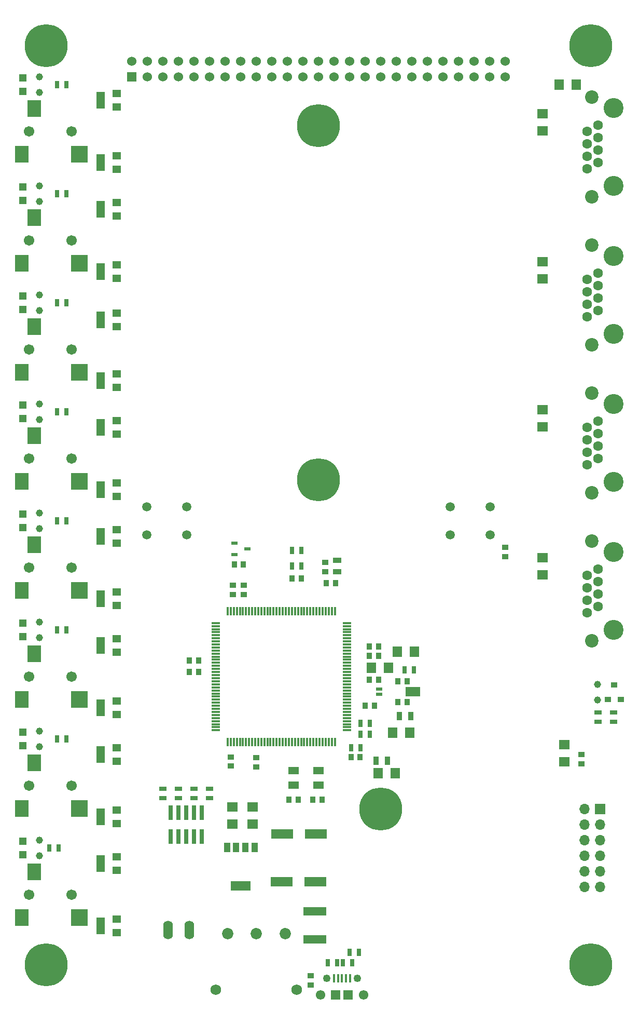
<source format=gts>
G04 #@! TF.FileFunction,Soldermask,Top*
%FSLAX46Y46*%
G04 Gerber Fmt 4.6, Leading zero omitted, Abs format (unit mm)*
G04 Created by KiCad (PCBNEW 4.0.5) date 04/13/17 09:41:54*
%MOMM*%
%LPD*%
G01*
G04 APERTURE LIST*
%ADD10C,0.150000*%
%ADD11C,2.200000*%
%ADD12C,3.250000*%
%ADD13C,1.600000*%
%ADD14C,7.000000*%
%ADD15R,1.700000X1.700000*%
%ADD16O,1.700000X1.700000*%
%ADD17R,1.524000X1.524000*%
%ADD18C,1.524000*%
%ADD19C,1.168400*%
%ADD20C,7.000240*%
%ADD21R,0.635000X1.143000*%
%ADD22R,1.200000X1.200000*%
%ADD23R,2.400000X1.500000*%
%ADD24R,1.100000X0.600000*%
%ADD25R,1.803400X1.193800*%
%ADD26R,0.300000X1.450000*%
%ADD27R,1.450000X0.300000*%
%ADD28R,1.000800X0.599400*%
%ADD29R,3.300000X1.500000*%
%ADD30R,1.000000X1.500000*%
%ADD31C,1.500000*%
%ADD32R,1.143000X0.635000*%
%ADD33R,1.400000X1.200000*%
%ADD34R,1.400000X2.800000*%
%ADD35R,0.760000X2.400000*%
%ADD36O,1.574800X3.048000*%
%ADD37O,1.600200X3.048000*%
%ADD38R,1.500000X1.550000*%
%ADD39C,1.550000*%
%ADD40R,0.400000X1.350000*%
%ADD41C,1.250000*%
%ADD42R,0.889000X1.397000*%
%ADD43R,1.397000X0.889000*%
%ADD44R,3.810000X1.397000*%
%ADD45R,1.000000X0.900000*%
%ADD46R,2.209800X2.794000*%
%ADD47R,2.794000X2.794000*%
%ADD48C,1.701800*%
%ADD49R,1.600200X1.803400*%
%ADD50R,0.899200X1.000800*%
%ADD51R,1.000800X0.899200*%
%ADD52R,1.803400X1.600200*%
%ADD53R,3.599200X1.600200*%
%ADD54C,1.750000*%
%ADD55C,1.850000*%
G04 APERTURE END LIST*
D10*
D11*
X120780000Y-128780000D03*
X120780000Y-112520000D03*
D12*
X124340000Y-127000000D03*
X124340000Y-114300000D03*
D13*
X121800000Y-121150000D03*
X121800000Y-119120000D03*
X120020000Y-122180000D03*
X120020000Y-120150000D03*
X120020000Y-124210000D03*
X121800000Y-123180000D03*
X120020000Y-118120000D03*
X121800000Y-117090000D03*
D11*
X120780000Y-104650000D03*
X120780000Y-88390000D03*
D12*
X124340000Y-102870000D03*
X124340000Y-90170000D03*
D13*
X121800000Y-97020000D03*
X121800000Y-94990000D03*
X120020000Y-98050000D03*
X120020000Y-96020000D03*
X120020000Y-100080000D03*
X121800000Y-99050000D03*
X120020000Y-93990000D03*
X121800000Y-92960000D03*
D11*
X120780000Y-80520000D03*
X120780000Y-64260000D03*
D12*
X124340000Y-78740000D03*
X124340000Y-66040000D03*
D13*
X121800000Y-72890000D03*
X121800000Y-70860000D03*
X120020000Y-73920000D03*
X120020000Y-71890000D03*
X120020000Y-75950000D03*
X121800000Y-74920000D03*
X120020000Y-69860000D03*
X121800000Y-68830000D03*
D11*
X120780000Y-56390000D03*
X120780000Y-40130000D03*
D12*
X124340000Y-54610000D03*
X124340000Y-41910000D03*
D13*
X121800000Y-48760000D03*
X121800000Y-46730000D03*
X120020000Y-49790000D03*
X120020000Y-47760000D03*
X120020000Y-51820000D03*
X121800000Y-50790000D03*
X120020000Y-45730000D03*
X121800000Y-44700000D03*
D14*
X86360000Y-156210000D03*
D15*
X122174000Y-156210000D03*
D16*
X119634000Y-156210000D03*
X122174000Y-158750000D03*
X119634000Y-158750000D03*
X122174000Y-161290000D03*
X119634000Y-161290000D03*
X122174000Y-163830000D03*
X119634000Y-163830000D03*
X122174000Y-166370000D03*
X119634000Y-166370000D03*
X122174000Y-168910000D03*
X119634000Y-168910000D03*
D17*
X45720000Y-36830000D03*
D18*
X45720000Y-34290000D03*
X48260000Y-36830000D03*
X48260000Y-34290000D03*
X50800000Y-36830000D03*
X50800000Y-34290000D03*
X53340000Y-36830000D03*
X53340000Y-34290000D03*
X55880000Y-36830000D03*
X55880000Y-34290000D03*
X58420000Y-36830000D03*
X58420000Y-34290000D03*
X60960000Y-36830000D03*
X60960000Y-34290000D03*
X63500000Y-36830000D03*
X63500000Y-34290000D03*
X66040000Y-36830000D03*
X66040000Y-34290000D03*
X68580000Y-36830000D03*
X68580000Y-34290000D03*
X71120000Y-36830000D03*
X71120000Y-34290000D03*
X73660000Y-36830000D03*
X73660000Y-34290000D03*
X76200000Y-36830000D03*
X76200000Y-34290000D03*
X78740000Y-36830000D03*
X78740000Y-34290000D03*
X81280000Y-36830000D03*
X81280000Y-34290000D03*
X83820000Y-36830000D03*
X83820000Y-34290000D03*
X86360000Y-36830000D03*
X86360000Y-34290000D03*
X88900000Y-36830000D03*
X88900000Y-34290000D03*
X91440000Y-36830000D03*
X91440000Y-34290000D03*
X93980000Y-36830000D03*
X93980000Y-34290000D03*
X96520000Y-36830000D03*
X96520000Y-34290000D03*
X99060000Y-36830000D03*
X99060000Y-34290000D03*
X101600000Y-36830000D03*
X101600000Y-34290000D03*
X104140000Y-36830000D03*
X104140000Y-34290000D03*
X106680000Y-36830000D03*
X106680000Y-34290000D03*
D19*
X121760000Y-135910000D03*
X121760000Y-138410000D03*
D20*
X76200000Y-44760000D03*
X76200000Y-102560000D03*
D14*
X120650000Y-181610000D03*
D19*
X30640000Y-163810000D03*
X30640000Y-161310000D03*
X30640000Y-146030000D03*
X30640000Y-143530000D03*
X30640000Y-128250000D03*
X30640000Y-125750000D03*
X30640000Y-110470000D03*
X30640000Y-107970000D03*
X30640000Y-92690000D03*
X30640000Y-90190000D03*
X30640000Y-74910000D03*
X30640000Y-72410000D03*
X30640000Y-57130000D03*
X30640000Y-54630000D03*
X30640000Y-39350000D03*
X30640000Y-36850000D03*
D21*
X33782000Y-162560000D03*
X32258000Y-162560000D03*
X35052000Y-144780000D03*
X33528000Y-144780000D03*
X35052000Y-127000000D03*
X33528000Y-127000000D03*
X35052000Y-109220000D03*
X33528000Y-109220000D03*
X35052000Y-91440000D03*
X33528000Y-91440000D03*
X35052000Y-73660000D03*
X33528000Y-73660000D03*
X35052000Y-55880000D03*
X33528000Y-55880000D03*
X35052000Y-38100000D03*
X33528000Y-38100000D03*
D22*
X27940000Y-161460000D03*
X27940000Y-163660000D03*
X27940000Y-143680000D03*
X27940000Y-145880000D03*
X27940000Y-125900000D03*
X27940000Y-128100000D03*
X27940000Y-108120000D03*
X27940000Y-110320000D03*
X27940000Y-90340000D03*
X27940000Y-92540000D03*
X27940000Y-72560000D03*
X27940000Y-74760000D03*
X27940000Y-54780000D03*
X27940000Y-56980000D03*
X27940000Y-37000000D03*
X27940000Y-39200000D03*
D23*
X91616700Y-137071000D03*
D24*
X86066700Y-137521000D03*
X86066700Y-136621000D03*
D25*
X72136000Y-152323800D03*
X76200000Y-152323800D03*
X76200000Y-149936200D03*
X72136000Y-149936200D03*
D14*
X31750000Y-181610000D03*
X120650000Y-31750000D03*
X31750000Y-31750000D03*
D21*
X81254600Y-179616000D03*
X82778600Y-179616000D03*
X79248000Y-181229000D03*
X77724000Y-181229000D03*
X80137000Y-181229000D03*
X81661000Y-181229000D03*
D26*
X61353700Y-145320000D03*
X61861700Y-145320000D03*
X62357000Y-145320000D03*
X62852300Y-145320000D03*
X63360300Y-145320000D03*
X63855600Y-145320000D03*
X64350900Y-145320000D03*
X64858900Y-145320000D03*
X65354200Y-145320000D03*
X65849500Y-145320000D03*
X66357500Y-145320000D03*
X66852800Y-145320000D03*
X67348100Y-145320000D03*
X67856100Y-145320000D03*
X68351400Y-145320000D03*
X68846700Y-145320000D03*
X69354700Y-145320000D03*
X69850000Y-145320000D03*
X70358000Y-145320000D03*
X70853300Y-145320000D03*
X71361300Y-145320000D03*
X71856600Y-145320000D03*
X72351900Y-145320000D03*
X72859900Y-145320000D03*
X73355200Y-145320000D03*
X73850500Y-145320000D03*
X74358500Y-145320000D03*
X74853800Y-145320000D03*
X75349100Y-145320000D03*
X75857100Y-145320000D03*
X76352400Y-145320000D03*
X76847700Y-145320000D03*
X77355700Y-145320000D03*
X77851000Y-145320000D03*
X78346300Y-145320000D03*
X78854300Y-145320000D03*
D27*
X80804000Y-128866900D03*
X80804000Y-128371600D03*
X80804000Y-127876300D03*
X80804000Y-127368300D03*
X80804000Y-126873000D03*
X80804000Y-126377700D03*
X80804000Y-125869700D03*
X59404000Y-128371600D03*
X59404000Y-128866900D03*
X59404000Y-129374900D03*
X59404000Y-129870200D03*
X59404000Y-130365500D03*
X59404000Y-130873500D03*
X59404000Y-131368800D03*
X59404000Y-131864100D03*
X59404000Y-132372100D03*
X59404000Y-132867400D03*
X59404000Y-133362700D03*
X59404000Y-133870700D03*
X59404000Y-134366000D03*
X59404000Y-134874000D03*
X59404000Y-135369300D03*
X59404000Y-135877300D03*
X59404000Y-136372600D03*
X59404000Y-136867900D03*
X59404000Y-137375900D03*
X59404000Y-137871200D03*
X59404000Y-138366500D03*
X59404000Y-138874500D03*
X59404000Y-139369800D03*
X59404000Y-139865100D03*
X59404000Y-140373100D03*
X59404000Y-140868400D03*
X59404000Y-141363700D03*
X59404000Y-141871700D03*
X59404000Y-142367000D03*
X59404000Y-142862300D03*
X59404000Y-143370300D03*
X80804000Y-143370300D03*
X80804000Y-142862300D03*
X80804000Y-142367000D03*
X80804000Y-141871700D03*
X80804000Y-141363700D03*
X80804000Y-140868400D03*
X80804000Y-140373100D03*
X80804000Y-139865100D03*
X80804000Y-139369800D03*
X80804000Y-138874500D03*
X80804000Y-138366500D03*
X80804000Y-137871200D03*
X80804000Y-137375900D03*
X80804000Y-136867900D03*
X80804000Y-136372600D03*
X80804000Y-135877300D03*
X80804000Y-135369300D03*
X80804000Y-134874000D03*
X80804000Y-134366000D03*
X80804000Y-133870700D03*
X80804000Y-133362700D03*
X80804000Y-132867400D03*
X80804000Y-132372100D03*
X80804000Y-131864100D03*
X80804000Y-131368800D03*
X80804000Y-130873500D03*
X80804000Y-130365500D03*
X80804000Y-129870200D03*
X80804000Y-129374900D03*
D26*
X76352400Y-123920000D03*
X75857100Y-123920000D03*
X75349100Y-123920000D03*
X74853800Y-123920000D03*
X74358500Y-123920000D03*
X73850500Y-123920000D03*
X73355200Y-123920000D03*
X72859900Y-123920000D03*
X72351900Y-123920000D03*
X71856600Y-123920000D03*
X71361300Y-123920000D03*
X70853300Y-123920000D03*
X70358000Y-123920000D03*
X69850000Y-123920000D03*
X69354700Y-123920000D03*
X68846700Y-123920000D03*
X68351400Y-123920000D03*
X67856100Y-123920000D03*
X67348100Y-123920000D03*
X66852800Y-123920000D03*
X66357500Y-123920000D03*
X65849500Y-123920000D03*
X65354200Y-123920000D03*
X64858900Y-123920000D03*
X64350900Y-123920000D03*
X63855600Y-123920000D03*
X63360300Y-123920000D03*
X62852300Y-123920000D03*
X62357000Y-123920000D03*
X61861700Y-123920000D03*
X61353700Y-123920000D03*
X78854300Y-123920000D03*
X78346300Y-123920000D03*
X77851000Y-123920000D03*
X77355700Y-123920000D03*
X76847700Y-123920000D03*
D27*
X59404000Y-125869700D03*
X59404000Y-126377700D03*
X59404000Y-126873000D03*
X59404000Y-127368300D03*
X59404000Y-127876300D03*
D28*
X62443400Y-112839500D03*
X64556600Y-113792000D03*
X62443400Y-114744500D03*
D29*
X63500000Y-168758000D03*
D30*
X65750000Y-162458000D03*
X64250000Y-162458000D03*
X62750000Y-162458000D03*
X61250000Y-162458000D03*
D31*
X104215000Y-106970000D03*
X104215000Y-111470000D03*
X97715000Y-111470000D03*
X97715000Y-106970000D03*
X54685000Y-106970000D03*
X54685000Y-111470000D03*
X48185000Y-111470000D03*
X48185000Y-106970000D03*
D32*
X121793000Y-141986000D03*
X121793000Y-140462000D03*
D21*
X73406000Y-114046000D03*
X71882000Y-114046000D03*
X81483200Y-146228000D03*
X83007200Y-146228000D03*
X83007200Y-143980000D03*
X84531200Y-143980000D03*
X83058000Y-142240000D03*
X84582000Y-142240000D03*
X91744800Y-133477000D03*
X90220800Y-133477000D03*
D32*
X124333000Y-141986000D03*
X124333000Y-140462000D03*
D21*
X73406000Y-116586000D03*
X71882000Y-116586000D03*
D32*
X58420000Y-152908000D03*
X58420000Y-154432000D03*
X55880000Y-152908000D03*
X55880000Y-154432000D03*
X53340000Y-152908000D03*
X53340000Y-154432000D03*
X50800000Y-152908000D03*
X50800000Y-154432000D03*
D33*
X43240000Y-166200000D03*
X43240000Y-164000000D03*
D34*
X40640000Y-165100000D03*
D33*
X43240000Y-148420000D03*
X43240000Y-146220000D03*
D34*
X40640000Y-147320000D03*
D33*
X43240000Y-130640000D03*
X43240000Y-128440000D03*
D34*
X40640000Y-129540000D03*
D33*
X43240000Y-112860000D03*
X43240000Y-110660000D03*
D34*
X40640000Y-111760000D03*
D33*
X43240000Y-95080000D03*
X43240000Y-92880000D03*
D34*
X40640000Y-93980000D03*
D33*
X43240000Y-77554000D03*
X43240000Y-75354000D03*
D34*
X40640000Y-76454000D03*
D33*
X43240000Y-59520000D03*
X43240000Y-57320000D03*
D34*
X40640000Y-58420000D03*
D33*
X43240000Y-41740000D03*
X43240000Y-39540000D03*
D34*
X40640000Y-40640000D03*
D33*
X43240000Y-176360000D03*
X43240000Y-174160000D03*
D34*
X40640000Y-175260000D03*
D33*
X43240000Y-158580000D03*
X43240000Y-156380000D03*
D34*
X40640000Y-157480000D03*
D33*
X43240000Y-140800000D03*
X43240000Y-138600000D03*
D34*
X40640000Y-139700000D03*
D33*
X43240000Y-123020000D03*
X43240000Y-120820000D03*
D34*
X40640000Y-121920000D03*
D33*
X43240000Y-105240000D03*
X43240000Y-103040000D03*
D34*
X40640000Y-104140000D03*
D33*
X43240000Y-87460000D03*
X43240000Y-85260000D03*
D34*
X40640000Y-86360000D03*
D33*
X43240000Y-69680000D03*
X43240000Y-67480000D03*
D34*
X40640000Y-68580000D03*
D33*
X43240000Y-51900000D03*
X43240000Y-49700000D03*
D34*
X40640000Y-50800000D03*
D35*
X52070000Y-160700000D03*
X52070000Y-156800000D03*
X53340000Y-160700000D03*
X53340000Y-156800000D03*
X54610000Y-160700000D03*
X54610000Y-156800000D03*
X55880000Y-160700000D03*
X55880000Y-156800000D03*
X57150000Y-160700000D03*
X57150000Y-156800000D03*
D36*
X55090000Y-175895000D03*
D37*
X51590000Y-175895000D03*
D38*
X81010000Y-186510000D03*
X79010000Y-186510000D03*
D39*
X76510000Y-186510000D03*
D40*
X79360000Y-183835000D03*
X78710000Y-183835000D03*
X80010000Y-183835000D03*
X80660000Y-183835000D03*
X81310000Y-183835000D03*
D41*
X82510000Y-183835000D03*
X77510000Y-183835000D03*
D39*
X83510000Y-186510000D03*
D42*
X89369900Y-141059000D03*
X91274900Y-141059000D03*
X85572600Y-148336000D03*
X87477600Y-148336000D03*
D43*
X79248000Y-117538500D03*
X79248000Y-115633500D03*
D44*
X75565000Y-172847000D03*
X75565000Y-177419000D03*
D45*
X123410000Y-138360000D03*
X125510000Y-138360000D03*
X124460000Y-135960000D03*
D46*
X29794200Y-166471600D03*
D47*
X37185600Y-173888400D03*
D46*
X27787600Y-173888400D03*
D48*
X35915600Y-170180000D03*
X28905200Y-170180000D03*
D46*
X29794200Y-148691600D03*
D47*
X37185600Y-156108400D03*
D46*
X27787600Y-156108400D03*
D48*
X35915600Y-152400000D03*
X28905200Y-152400000D03*
D46*
X29794200Y-130911600D03*
D47*
X37185600Y-138328400D03*
D46*
X27787600Y-138328400D03*
D48*
X35915600Y-134620000D03*
X28905200Y-134620000D03*
D46*
X29794200Y-113131600D03*
D47*
X37185600Y-120548400D03*
D46*
X27787600Y-120548400D03*
D48*
X35915600Y-116840000D03*
X28905200Y-116840000D03*
D46*
X29794200Y-95351600D03*
D47*
X37185600Y-102768400D03*
D46*
X27787600Y-102768400D03*
D48*
X35915600Y-99060000D03*
X28905200Y-99060000D03*
D46*
X29794200Y-77571600D03*
D47*
X37185600Y-84988400D03*
D46*
X27787600Y-84988400D03*
D48*
X35915600Y-81280000D03*
X28905200Y-81280000D03*
D46*
X29794200Y-59791600D03*
D47*
X37185600Y-67208400D03*
D46*
X27787600Y-67208400D03*
D48*
X35915600Y-63500000D03*
X28905200Y-63500000D03*
D46*
X29794200Y-42011600D03*
D47*
X37185600Y-49428400D03*
D46*
X27787600Y-49428400D03*
D48*
X35915600Y-45720000D03*
X28905200Y-45720000D03*
D49*
X88265000Y-143764000D03*
X91059000Y-143764000D03*
D50*
X85333800Y-139357000D03*
X83830200Y-139357000D03*
X85968800Y-131191000D03*
X84465200Y-131191000D03*
D51*
X64020700Y-121261800D03*
X64020700Y-119758200D03*
D50*
X56631800Y-131953000D03*
X55128200Y-131953000D03*
D52*
X112776000Y-93853000D03*
X112776000Y-91059000D03*
X116332000Y-148463000D03*
X116332000Y-145669000D03*
D49*
X118237000Y-38100000D03*
X115443000Y-38100000D03*
D52*
X112776000Y-69723000D03*
X112776000Y-66929000D03*
X112776000Y-117983000D03*
X112776000Y-115189000D03*
X112776000Y-45593000D03*
X112776000Y-42799000D03*
D51*
X106680000Y-113548200D03*
X106680000Y-115051800D03*
D49*
X85928200Y-150393000D03*
X88722200Y-150393000D03*
D50*
X90642400Y-138773000D03*
X89138800Y-138773000D03*
X90642400Y-135369000D03*
X89138800Y-135369000D03*
D51*
X119126000Y-148833800D03*
X119126000Y-147330200D03*
X61849000Y-149214800D03*
X61849000Y-147711200D03*
D50*
X84465200Y-135128000D03*
X85968800Y-135128000D03*
X81493400Y-147726000D03*
X82997000Y-147726000D03*
X85968800Y-129667000D03*
X84465200Y-129667000D03*
X75270400Y-154661000D03*
X76774000Y-154661000D03*
X78983800Y-119380000D03*
X77480200Y-119380000D03*
X72887800Y-154686000D03*
X71384200Y-154686000D03*
D51*
X77254100Y-116012200D03*
X77254100Y-117515800D03*
D50*
X71892200Y-118618000D03*
X73395800Y-118618000D03*
D51*
X66040000Y-147838200D03*
X66040000Y-149341800D03*
D50*
X62443400Y-116357000D03*
X63947000Y-116357000D03*
D52*
X65405000Y-158623000D03*
X65405000Y-155829000D03*
D51*
X62242700Y-119758200D03*
X62242700Y-121261800D03*
D53*
X70147200Y-168021000D03*
X75648800Y-168021000D03*
X70274200Y-160274000D03*
X75775800Y-160274000D03*
D52*
X62103000Y-158623000D03*
X62103000Y-155829000D03*
D51*
X74930000Y-183398200D03*
X74930000Y-184901800D03*
D50*
X56631800Y-133858000D03*
X55128200Y-133858000D03*
D49*
X91821000Y-130556000D03*
X89027000Y-130556000D03*
X87617300Y-133147000D03*
X84823300Y-133147000D03*
D54*
X72644000Y-185674000D03*
X59436000Y-185674000D03*
D55*
X66040000Y-176524000D03*
X70739000Y-176524000D03*
X61341000Y-176524000D03*
M02*

</source>
